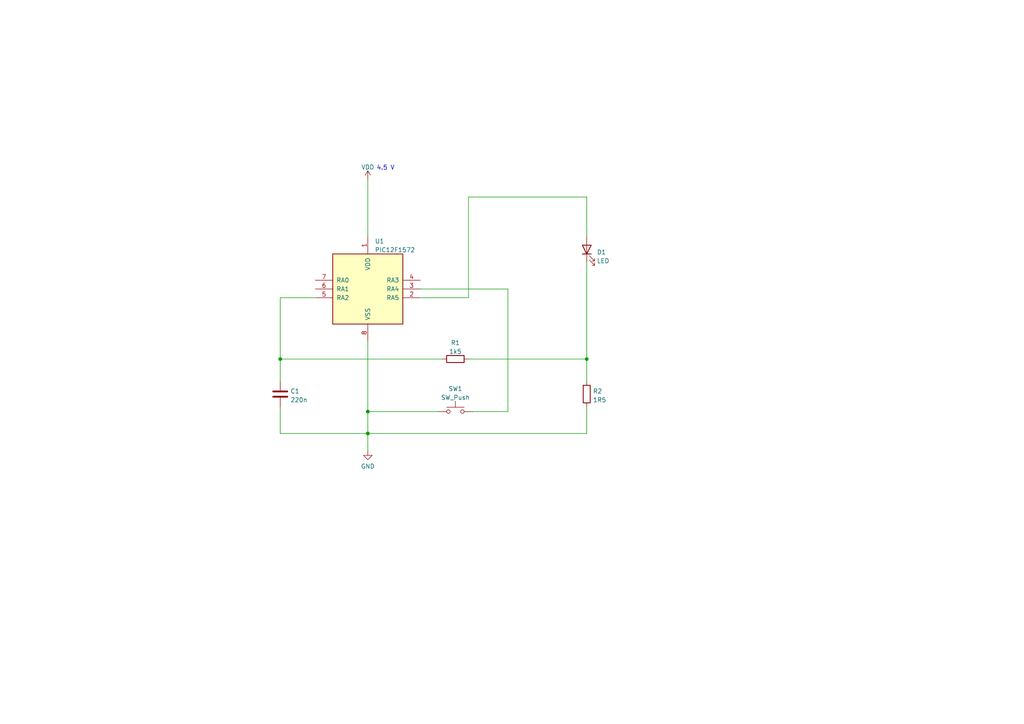
<source format=kicad_sch>
(kicad_sch (version 20211123) (generator eeschema)
  (paper "A4")
  (lib_symbols
    (symbol "Device:C" (pin_numbers hide) (pin_names (offset 0.254))
      (property "Reference" "C" (at 0.635 2.54 0))
      (property "Value" "C" (at 0.635 -2.54 0))
      (symbol "C_0_1"
        (polyline (pts (xy -2.032 -0.762) (xy 2.032 -0.762)) (stroke (width 0.508)))
        (polyline (pts (xy -2.032 0.762) (xy 2.032 0.762)) (stroke (width 0.508)))
      )
      (symbol "C_1_1"
        (pin passive line (at 0 3.81 270) (length 2.794) (name "~") (number "1"))
        (pin passive line (at 0 -3.81 90) (length 2.794) (name "~") (number "2"))
      )
    )
    (symbol "Device:LED" (pin_numbers hide) (pin_names (offset 1.016) hide)
      (property "Reference" "D" (at 0 2.54 0))
      (property "Value" "LED" (at 0 -2.54 0))
      (symbol "LED_0_1"
        (polyline (pts (xy -1.27 -1.27) (xy -1.27 1.27)) (stroke (width 0.254)))
        (polyline (pts (xy -1.27 0) (xy 1.27 0)))
        (polyline (pts (xy 1.27 -1.27) (xy 1.27 1.27) (xy -1.27 0) (xy 1.27 -1.27)) (stroke (width 0.254)))
        (polyline (pts (xy -3.048 -0.762) (xy -4.572 -2.286) (xy -3.81 -2.286) (xy -4.572 -2.286) (xy -4.572 -1.524)))
        (polyline (pts (xy -1.778 -0.762) (xy -3.302 -2.286) (xy -2.54 -2.286) (xy -3.302 -2.286) (xy -3.302 -1.524)))
      )
      (symbol "LED_1_1"
        (pin passive line (at -3.81 0 0) (length 2.54) (name "K") (number "1"))
        (pin passive line (at 3.81 0 180) (length 2.54) (name "A") (number "2"))
      )
    )
    (symbol "Device:R" (pin_numbers hide) (pin_names (offset 0))
      (property "Reference" "R" (at 2.032 0 90))
      (property "Value" "R" (at 0 0 90))
      (symbol "R_0_1"
        (rectangle (start -1.016 -2.54) (end 1.016 2.54) (stroke (width 0.254)))
      )
      (symbol "R_1_1"
        (pin passive line (at 0 3.81 270) (length 1.27) (name "~") (number "1"))
        (pin passive line (at 0 -3.81 90) (length 1.27) (name "~") (number "2"))
      )
    )
    (symbol "MCU_Microchip_PIC12:PIC12F1501-IMS" (pin_names (offset 1.016))
      (property "Reference" "U" (at 1.27 13.97 0))
      (property "Value" "PIC12F1501-IMS" (at 1.27 11.43 0))
      (symbol "PIC12F1501-IMS_0_1"
        (rectangle (start 10.16 -10.16) (end -10.16 10.16) (stroke (width 0.254)) (fill (type background)))
      )
      (symbol "PIC12F1501-IMS_1_1"
        (pin power_in line (at 0 15.24 270) (length 5.08) (name "VDD") (number "1"))
        (pin bidirectional line (at 15.24 -2.54 180) (length 5.08) (name "RA5") (number "2"))
        (pin bidirectional line (at 15.24 0 180) (length 5.08) (name "RA4") (number "3"))
        (pin input line (at 15.24 2.54 180) (length 5.08) (name "RA3") (number "4"))
        (pin bidirectional line (at -15.24 -2.54 0) (length 5.08) (name "RA2") (number "5"))
        (pin bidirectional line (at -15.24 0 0) (length 5.08) (name "RA1") (number "6"))
        (pin bidirectional line (at -15.24 2.54 0) (length 5.08) (name "RA0") (number "7"))
        (pin power_in line (at 0 -15.24 90) (length 5.08) (name "VSS") (number "8"))
      )
    )
    (symbol "Switch:SW_Push" (pin_numbers hide) (pin_names (offset 1.016) hide)
      (property "Reference" "SW" (at 1.27 2.54 0))
      (property "Value" "SW_Push" (at 0 -1.524 0))
      (symbol "SW_Push_0_1"
        (circle (center -2.032 0) (radius 0.508))
        (polyline (pts (xy 0 1.27) (xy 0 3.048)))
        (polyline (pts (xy 2.54 1.27) (xy -2.54 1.27)))
        (circle (center 2.032 0) (radius 0.508))
        (pin passive line (at -5.08 0 0) (length 2.54) (name "1") (number "1"))
        (pin passive line (at 5.08 0 180) (length 2.54) (name "2") (number "2"))
      )
    )
    (symbol "power:GND" (power) (pin_names (offset 0))
      (property "Value" "GND" (at 0 -3.81 0))
      (symbol "GND_0_1"
        (polyline (pts (xy 0 0) (xy 0 -1.27) (xy 1.27 -1.27) (xy 0 -2.54) (xy -1.27 -1.27) (xy 0 -1.27)))
      )
      (symbol "GND_1_1"
        (pin power_in line (at 0 0 270) (length 0) hide (name "GND") (number "1"))
      )
    )
    (symbol "power:VDD" (power) (pin_names (offset 0))
      (property "Value" "VDD" (at 0 3.81 0))
      (symbol "VDD_0_1"
        (polyline (pts (xy -0.762 1.27) (xy 0 2.54)))
        (polyline (pts (xy 0 0) (xy 0 2.54)))
        (polyline (pts (xy 0 2.54) (xy 0.762 1.27)))
      )
      (symbol "VDD_1_1"
        (pin power_in line (at 0 0 90) (length 0) hide (name "VDD") (number "1"))
      )
    )
  )
  (junction (at 170.18 104.14))
  (junction (at 106.68 125.73))
  (junction (at 81.28 104.14))
  (junction (at 106.68 119.38))
  (wire (pts (xy 147.32 83.82) (xy 147.32 119.38)))
  (wire (pts (xy 106.68 99.06) (xy 106.68 119.38)))
  (wire (pts (xy 170.18 57.15) (xy 170.18 68.58)))
  (wire (pts (xy 135.89 86.36) (xy 135.89 57.15)))
  (wire (pts (xy 170.18 118.11) (xy 170.18 125.73)))
  (wire (pts (xy 91.44 86.36) (xy 81.28 86.36)))
  (wire (pts (xy 106.68 125.73) (xy 106.68 130.81)))
  (wire (pts (xy 81.28 118.11) (xy 81.28 125.73)))
  (wire (pts (xy 106.68 125.73) (xy 170.18 125.73)))
  (wire (pts (xy 170.18 76.2) (xy 170.18 104.14)))
  (wire (pts (xy 121.92 86.36) (xy 135.89 86.36)))
  (wire (pts (xy 121.92 83.82) (xy 147.32 83.82)))
  (wire (pts (xy 81.28 125.73) (xy 106.68 125.73)))
  (wire (pts (xy 106.68 119.38) (xy 127 119.38)))
  (wire (pts (xy 128.27 104.14) (xy 81.28 104.14)))
  (wire (pts (xy 81.28 86.36) (xy 81.28 104.14)))
  (wire (pts (xy 147.32 119.38) (xy 137.16 119.38)))
  (wire (pts (xy 170.18 104.14) (xy 170.18 110.49)))
  (wire (pts (xy 106.68 52.07) (xy 106.68 68.58)))
  (wire (pts (xy 106.68 119.38) (xy 106.68 125.73)))
  (wire (pts (xy 81.28 104.14) (xy 81.28 110.49)))
  (wire (pts (xy 135.89 57.15) (xy 170.18 57.15)))
  (wire (pts (xy 135.89 104.14) (xy 170.18 104.14)))
  (text "4.5 V" (at 109.22 49.53 0) (effects (font (size 1.27 1.27)) (justify left bottom)))
  (symbol (lib_id "power:GND") (at 106.68 130.81 0) (unit 1)
    (property "Reference" "#PWR02" (effects hide))
    (property "Value" "GND" (at 106.68 135.2534 0))
  )
  (symbol (lib_id "Device:R") (at 170.18 114.3 0) (unit 1)
    (property "Reference" "R2" (at 171.958 113.4653 0) (effects (justify left)))
    (property "Value" "1R5" (at 171.958 116.0022 0) (effects (justify left)))
  )
  (symbol (lib_id "Device:LED") (at 170.18 72.39 90) (unit 1)
    (property "Reference" "D1" (at 173.101 73.1428 90) (effects (justify right)))
    (property "Value" "LED" (at 173.101 75.6797 90) (effects (justify right)))
  )
  (symbol (lib_id "Device:C") (at 81.28 114.3 0) (unit 1)
    (property "Reference" "C1" (at 84.201 113.4653 0) (effects (justify left)))
    (property "Value" "220n" (at 84.201 116.0022 0) (effects (justify left)))
  )
  (symbol (lib_id "Switch:SW_Push") (at 132.08 119.38 0) (unit 1)
    (property "Reference" "SW1" (at 132.08 112.7592 0))
    (property "Value" "SW_Push" (at 132.08 115.2961 0))
  )
  (symbol (lib_id "power:VDD") (at 106.68 52.07 0) (unit 1)
    (property "Reference" "#PWR01" (effects hide))
    (property "Value" "VDD" (at 106.68 48.4942 0))
  )
  (symbol (lib_id "Device:R") (at 132.08 104.14 90) (unit 1)
    (property "Reference" "R1" (at 132.08 99.4242 90))
    (property "Value" "1k5" (at 132.08 101.9611 90))
  )
  (symbol (lib_id "MCU_Microchip_PIC12:PIC12F1501-IMS") (at 106.68 83.82 0) (unit 1)
    (property "Reference" "U1" (at 108.6994 69.9602 0) (effects (justify left)))
    (property "Value" "PIC12F1572" (at 108.6994 72.4971 0) (effects (justify left)))
    (property "Footprint" "Package_DIP:DIP-8_W7.62mm" (effects hide))
    (property "Datasheet" "http://ww1.microchip.com/downloads/en/DeviceDoc/41615A.pdf" (effects hide))
  )
)
</source>
